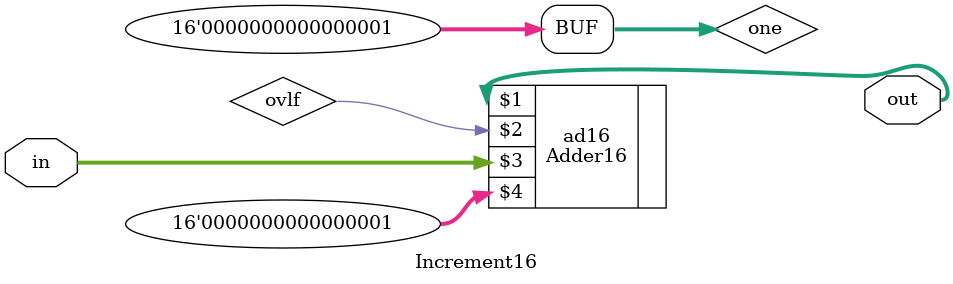
<source format=v>
/* módulo Increment16 */

`ifndef _Increment16_
`define _Increment16_

`include "Adder16.v"

module Increment16(out, in);
    input [15:0] in;
    output [15:0] out;
    wire ovlf;
    wire [15:0] one;
    assign one = 16'b0000000000000001;

    Adder16 ad16(out, ovlf, in, one);

    // Descrição de conexões internas do módulo

endmodule

`endif

</source>
